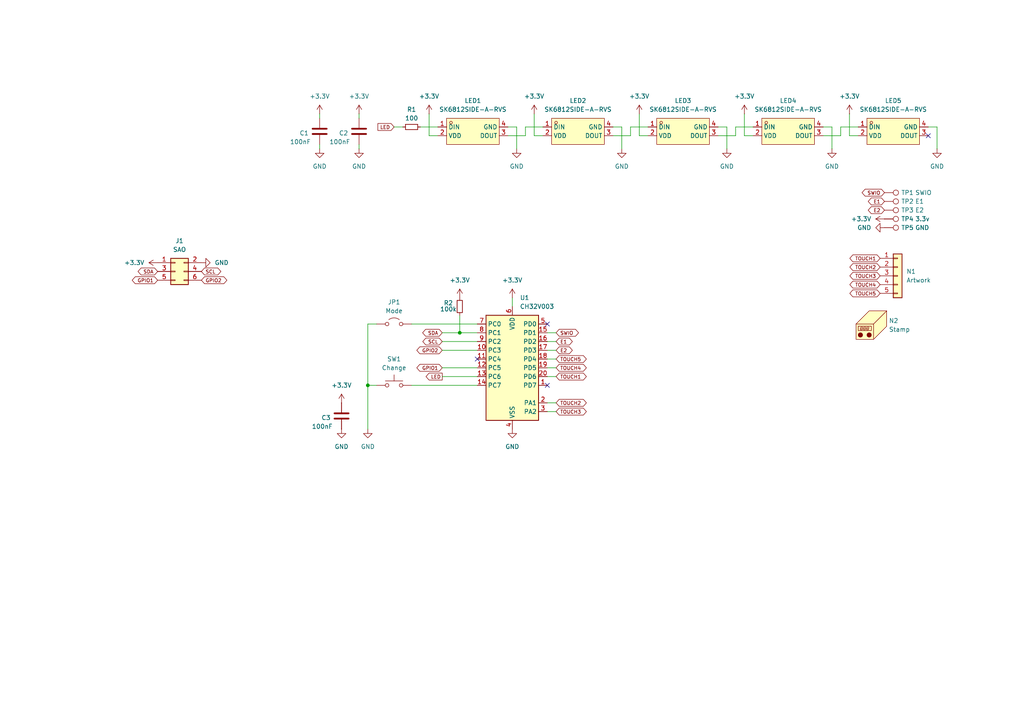
<source format=kicad_sch>
(kicad_sch (version 20231120) (generator "eeschema") (generator_version "8.0")
  (paper "A4")
  (lib_symbols
    (symbol "Connector:TestPoint" (pin_numbers hide) (pin_names (offset 0.762) hide)
      (property "Reference" "TP" (at 0 6.858 0))
      (property "Value" "TestPoint" (at 0 5.08 0))
      (symbol "TestPoint_0_1"
        (circle (center 0 3.302) (radius 0.762))
      )
      (symbol "TestPoint_1_1"
        (pin passive line (at 0 0 90) (length 2.54) (name "1") (number "1"))
      )
    )
    (symbol "Connector_Generic:Conn_01x05" (pin_names (offset 1.016) hide)
      (property "Reference" "J" (at 0 7.62 0))
      (property "Value" "Conn_01x05" (at 0 -7.62 0))
      (symbol "Conn_01x05_1_1"
        (rectangle (start -1.27 -4.953) (end 0 -5.207) (stroke (width 0.1524)))
        (rectangle (start -1.27 -2.413) (end 0 -2.667) (stroke (width 0.1524)))
        (rectangle (start -1.27 0.127) (end 0 -0.127) (stroke (width 0.1524)))
        (rectangle (start -1.27 2.667) (end 0 2.413) (stroke (width 0.1524)))
        (rectangle (start -1.27 5.207) (end 0 4.953) (stroke (width 0.1524)))
        (rectangle (start -1.27 6.35) (end 1.27 -6.35) (stroke (width 0.254)) (fill (type background)))
        (pin passive line (at -5.08 5.08 0) (length 3.81) (name "Pin_1") (number "1"))
        (pin passive line (at -5.08 2.54 0) (length 3.81) (name "Pin_2") (number "2"))
        (pin passive line (at -5.08 0 0) (length 3.81) (name "Pin_3") (number "3"))
        (pin passive line (at -5.08 -2.54 0) (length 3.81) (name "Pin_4") (number "4"))
        (pin passive line (at -5.08 -5.08 0) (length 3.81) (name "Pin_5") (number "5"))
      )
    )
    (symbol "Connector_Generic:Conn_02x03_Odd_Even" (pin_names (offset 1.016) hide)
      (property "Reference" "J" (at 1.27 5.08 0))
      (property "Value" "Conn_02x03_Odd_Even" (at 1.27 -5.08 0))
      (symbol "Conn_02x03_Odd_Even_1_1"
        (rectangle (start -1.27 -2.413) (end 0 -2.667) (stroke (width 0.1524)))
        (rectangle (start -1.27 0.127) (end 0 -0.127) (stroke (width 0.1524)))
        (rectangle (start -1.27 2.667) (end 0 2.413) (stroke (width 0.1524)))
        (rectangle (start -1.27 3.81) (end 3.81 -3.81) (stroke (width 0.254)) (fill (type background)))
        (rectangle (start 3.81 -2.413) (end 2.54 -2.667) (stroke (width 0.1524)))
        (rectangle (start 3.81 0.127) (end 2.54 -0.127) (stroke (width 0.1524)))
        (rectangle (start 3.81 2.667) (end 2.54 2.413) (stroke (width 0.1524)))
        (pin passive line (at -5.08 2.54 0) (length 3.81) (name "Pin_1") (number "1"))
        (pin passive line (at 7.62 2.54 180) (length 3.81) (name "Pin_2") (number "2"))
        (pin passive line (at -5.08 0 0) (length 3.81) (name "Pin_3") (number "3"))
        (pin passive line (at 7.62 0 180) (length 3.81) (name "Pin_4") (number "4"))
        (pin passive line (at -5.08 -2.54 0) (length 3.81) (name "Pin_5") (number "5"))
        (pin passive line (at 7.62 -2.54 180) (length 3.81) (name "Pin_6") (number "6"))
      )
    )
    (symbol "Device:C" (pin_numbers hide) (pin_names (offset 0.254))
      (property "Reference" "C" (at 0.635 2.54 0))
      (property "Value" "C" (at 0.635 -2.54 0))
      (symbol "C_0_1"
        (polyline (pts (xy -2.032 -0.762) (xy 2.032 -0.762)) (stroke (width 0.508)))
        (polyline (pts (xy -2.032 0.762) (xy 2.032 0.762)) (stroke (width 0.508)))
      )
      (symbol "C_1_1"
        (pin passive line (at 0 3.81 270) (length 2.794) (name "~") (number "1"))
        (pin passive line (at 0 -3.81 90) (length 2.794) (name "~") (number "2"))
      )
    )
    (symbol "Device:R_Small" (pin_numbers hide) (pin_names (offset 0.254) hide)
      (property "Reference" "R" (at 0.762 0.508 0))
      (property "Value" "R_Small" (at 0.762 -1.016 0))
      (symbol "R_Small_0_1"
        (rectangle (start -0.762 1.778) (end 0.762 -1.778) (stroke (width 0.2032)))
      )
      (symbol "R_Small_1_1"
        (pin passive line (at 0 2.54 270) (length 0.762) (name "~") (number "1"))
        (pin passive line (at 0 -2.54 90) (length 0.762) (name "~") (number "2"))
      )
    )
    (symbol "Jumper:Jumper_2_Open" (pin_numbers hide) (pin_names (offset 0) hide) (exclude_from_sim yes)
      (property "Reference" "JP" (at 0 2.794 0))
      (property "Value" "Jumper_2_Open" (at 0 -2.286 0))
      (symbol "Jumper_2_Open_0_0"
        (circle (center -2.032 0) (radius 0.508))
        (circle (center 2.032 0) (radius 0.508))
      )
      (symbol "Jumper_2_Open_0_1"
        (arc (start 1.524 1.27) (mid 0 1.778) (end -1.524 1.27))
      )
      (symbol "Jumper_2_Open_1_1"
        (pin passive line (at -5.08 0 0) (length 2.54) (name "A") (number "1"))
        (pin passive line (at 5.08 0 180) (length 2.54) (name "B") (number "2"))
      )
    )
    (symbol "MCU_WCH_CH32V0:CH32V003FxUx"
      (property "Reference" "U" (at -7.62 17.78 0))
      (property "Value" "CH32V003FxUx" (at 7.62 17.78 0))
      (symbol "CH32V003FxUx_1_1"
        (rectangle (start -7.62 15.24) (end 7.62 -15.24) (stroke (width 0.254)) (fill (type background)))
        (pin bidirectional line (at 10.16 -5.08 180) (length 2.54) (name "PD7") (number "1"))
        (pin bidirectional line (at -10.16 5.08 0) (length 2.54) (name "PC3") (number "10"))
        (pin bidirectional line (at -10.16 2.54 0) (length 2.54) (name "PC4") (number "11"))
        (pin bidirectional line (at -10.16 0 0) (length 2.54) (name "PC5") (number "12"))
        (pin bidirectional line (at -10.16 -2.54 0) (length 2.54) (name "PC6") (number "13"))
        (pin bidirectional line (at -10.16 -5.08 0) (length 2.54) (name "PC7") (number "14"))
        (pin bidirectional line (at 10.16 10.16 180) (length 2.54) (name "PD1") (number "15"))
        (pin bidirectional line (at 10.16 7.62 180) (length 2.54) (name "PD2") (number "16"))
        (pin bidirectional line (at 10.16 5.08 180) (length 2.54) (name "PD3") (number "17"))
        (pin bidirectional line (at 10.16 2.54 180) (length 2.54) (name "PD4") (number "18"))
        (pin bidirectional line (at 10.16 0 180) (length 2.54) (name "PD5") (number "19"))
        (pin bidirectional line (at 10.16 -10.16 180) (length 2.54) (name "PA1") (number "2"))
        (pin bidirectional line (at 10.16 -2.54 180) (length 2.54) (name "PD6") (number "20"))
        (pin passive line (at 0 -17.78 90) (length 2.54) hide (name "VSS") (number "21"))
        (pin bidirectional line (at 10.16 -12.7 180) (length 2.54) (name "PA2") (number "3"))
        (pin power_in line (at 0 -17.78 90) (length 2.54) (name "VSS") (number "4"))
        (pin bidirectional line (at 10.16 12.7 180) (length 2.54) (name "PD0") (number "5"))
        (pin power_in line (at 0 17.78 270) (length 2.54) (name "VDD") (number "6"))
        (pin bidirectional line (at -10.16 12.7 0) (length 2.54) (name "PC0") (number "7"))
        (pin bidirectional line (at -10.16 10.16 0) (length 2.54) (name "PC1") (number "8"))
        (pin bidirectional line (at -10.16 7.62 0) (length 2.54) (name "PC2") (number "9"))
      )
    )
    (symbol "Mechanical:Housing" (pin_names (offset 1.016)) (exclude_from_sim yes)
      (property "Reference" "N" (at 3.81 0 0))
      (property "Value" "Housing" (at 3.81 -1.905 0))
      (symbol "Housing_0_1"
        (rectangle (start -5.08 -0.635) (end -1.27 -1.905))
        (circle (center -4.445 -3.175) (radius 0.635) (fill (type outline)))
        (circle (center -1.905 -3.175) (radius 0.635) (fill (type outline)))
        (polyline (pts (xy -4.5212 -1.5748) (xy -4.4704 -1.3716)))
        (polyline (pts (xy -4.4196 -1.6764) (xy -4.064 -1.6764)))
        (polyline (pts (xy -4.4196 -1.2192) (xy -4.3688 -0.9652)))
        (polyline (pts (xy -4.318 -1.3208) (xy -4.0132 -1.3208)))
        (polyline (pts (xy -4.2164 -0.9144) (xy -3.9116 -0.9144)))
        (polyline (pts (xy -3.9116 -1.6256) (xy -3.8608 -1.3716)))
        (polyline (pts (xy -3.81 -1.2192) (xy -3.7592 -0.9652)))
        (polyline (pts (xy -3.6068 -1.5748) (xy -3.556 -1.3716)))
        (polyline (pts (xy -3.5052 -1.6764) (xy -3.1496 -1.6764)))
        (polyline (pts (xy -3.5052 -1.2192) (xy -3.4544 -0.9652)))
        (polyline (pts (xy -3.4036 -1.3208) (xy -3.0988 -1.3208)))
        (polyline (pts (xy -3.302 -0.9144) (xy -2.9972 -0.9144)))
        (polyline (pts (xy -2.9972 -1.6256) (xy -2.9464 -1.3716)))
        (polyline (pts (xy -2.8956 -1.2192) (xy -2.8448 -0.9652)))
        (polyline (pts (xy -2.6924 -1.5748) (xy -2.6416 -1.3716)))
        (polyline (pts (xy -2.5908 -1.6764) (xy -2.2352 -1.6764)))
        (polyline (pts (xy -2.5908 -1.2192) (xy -2.54 -0.9652)))
        (polyline (pts (xy -2.4892 -1.3208) (xy -2.1844 -1.3208)))
        (polyline (pts (xy -2.3876 -0.9144) (xy -2.0828 -0.9144)))
        (polyline (pts (xy -2.0828 -1.6256) (xy -2.032 -1.3716)))
        (polyline (pts (xy -1.9812 -1.2192) (xy -1.9304 -0.9652)))
        (polyline (pts (xy -0.635 0) (xy -0.635 -4.445)))
        (polyline (pts (xy -5.715 0) (xy -0.635 0) (xy 3.175 3.81)))
        (polyline (pts (xy -5.715 0) (xy -5.715 -4.445) (xy -0.635 -4.445) (xy 3.175 -0.635) (xy 3.175 3.81) (xy -1.905 3.81) (xy -5.715 0)) (fill (type background)))
      )
    )
    (symbol "SK6812SIDE-A-RVS_1"
      (property "Reference" "LED1" (at 0 8.89 0))
      (property "Value" "SK6812SIDE-A-RVS" (at 0 6.35 0))
      (symbol "SK6812SIDE-A-RVS_1_0_1"
        (rectangle (start -7.62 3.81) (end 7.62 -3.81) (fill (type background)))
        (circle (center -6.35 2.54) (radius 0.38))
        (pin unspecified line (at -10.16 1.27 0) (length 2.54) (name "DIN") (number "1"))
        (pin unspecified line (at -10.16 -1.27 0) (length 2.54) (name "VDD") (number "2"))
        (pin unspecified line (at 10.16 -1.27 180) (length 2.54) (name "DOUT") (number "3"))
        (pin unspecified line (at 10.16 1.27 180) (length 2.54) (name "GND") (number "4"))
      )
    )
    (symbol "Switch:SW_Push" (pin_numbers hide) (pin_names (offset 1.016) hide)
      (property "Reference" "SW" (at 1.27 2.54 0))
      (property "Value" "SW_Push" (at 0 -1.524 0))
      (symbol "SW_Push_0_1"
        (circle (center -2.032 0) (radius 0.508))
        (polyline (pts (xy 0 1.27) (xy 0 3.048)))
        (polyline (pts (xy 2.54 1.27) (xy -2.54 1.27)))
        (circle (center 2.032 0) (radius 0.508))
        (pin passive line (at -5.08 0 0) (length 2.54) (name "1") (number "1"))
        (pin passive line (at 5.08 0 180) (length 2.54) (name "2") (number "2"))
      )
    )
    (symbol "WICCON_2024:SK6812SIDE-A-RVS"
      (property "Reference" "LED" (at 0 6.35 0))
      (property "Value" "SK6812SIDE-A-RVS" (at 0 -6.35 0))
      (symbol "SK6812SIDE-A-RVS_0_1"
        (rectangle (start -7.62 3.81) (end 7.62 -3.81) (fill (type background)))
        (circle (center -6.35 2.54) (radius 0.38))
        (pin unspecified line (at -10.16 1.27 0) (length 2.54) (name "DIN") (number "1"))
        (pin unspecified line (at -10.16 -1.27 0) (length 2.54) (name "VDD") (number "2"))
        (pin unspecified line (at 10.16 -1.27 180) (length 2.54) (name "DOUT") (number "3"))
        (pin unspecified line (at 10.16 1.27 180) (length 2.54) (name "GND") (number "4"))
      )
    )
    (symbol "power:+3.3V" (power) (pin_numbers hide) (pin_names (offset 0) hide)
      (property "Value" "+3.3V" (at 0 3.556 0))
      (symbol "+3.3V_0_1"
        (polyline (pts (xy -0.762 1.27) (xy 0 2.54)))
        (polyline (pts (xy 0 0) (xy 0 2.54)))
        (polyline (pts (xy 0 2.54) (xy 0.762 1.27)))
      )
      (symbol "+3.3V_1_1"
        (pin power_in line (at 0 0 90) (length 0) (name "~") (number "1"))
      )
    )
    (symbol "power:GND" (power) (pin_numbers hide) (pin_names (offset 0) hide)
      (property "Value" "GND" (at 0 -3.81 0))
      (symbol "GND_0_1"
        (polyline (pts (xy 0 0) (xy 0 -1.27) (xy 1.27 -1.27) (xy 0 -2.54) (xy -1.27 -1.27) (xy 0 -1.27)))
      )
      (symbol "GND_1_1"
        (pin power_in line (at 0 0 270) (length 0) (name "~") (number "1"))
      )
    )
  )
  (junction (at 133.35 96.52))
  (junction (at 106.68 111.76))
  (no_connect (at 138.43 104.14))
  (no_connect (at 158.75 111.76))
  (no_connect (at 158.75 93.98))
  (no_connect (at 269.24 39.37))
  (wire (pts (xy 213.36 39.37) (xy 213.36 36.83)))
  (wire (pts (xy 114.3 36.83) (xy 116.84 36.83)))
  (wire (pts (xy 121.92 36.83) (xy 127 36.83)))
  (wire (pts (xy 106.68 93.98) (xy 109.22 93.98)))
  (wire (pts (xy 161.29 119.38) (xy 158.75 119.38)))
  (wire (pts (xy 149.86 36.83) (xy 149.86 43.18)))
  (wire (pts (xy 152.4 39.37) (xy 152.4 36.83)))
  (wire (pts (xy 210.82 36.83) (xy 210.82 43.18)))
  (wire (pts (xy 147.32 36.83) (xy 149.86 36.83)))
  (wire (pts (xy 213.36 36.83) (xy 218.44 36.83)))
  (wire (pts (xy 246.38 33.02) (xy 246.38 39.37)))
  (wire (pts (xy 133.35 96.52) (xy 138.43 96.52)))
  (wire (pts (xy 161.29 109.22) (xy 158.75 109.22)))
  (wire (pts (xy 246.38 39.37) (xy 248.92 39.37)))
  (wire (pts (xy 243.84 39.37) (xy 243.84 36.83)))
  (wire (pts (xy 241.3 36.83) (xy 241.3 43.18)))
  (wire (pts (xy 215.9 33.02) (xy 215.9 39.37)))
  (wire (pts (xy 269.24 36.83) (xy 271.78 36.83)))
  (wire (pts (xy 128.27 99.06) (xy 138.43 99.06)))
  (wire (pts (xy 92.71 41.91) (xy 92.71 43.18)))
  (wire (pts (xy 208.28 39.37) (xy 213.36 39.37)))
  (wire (pts (xy 106.68 93.98) (xy 106.68 111.76)))
  (wire (pts (xy 119.38 111.76) (xy 138.43 111.76)))
  (wire (pts (xy 128.27 96.52) (xy 133.35 96.52)))
  (wire (pts (xy 148.59 86.36) (xy 148.59 88.9)))
  (wire (pts (xy 208.28 36.83) (xy 210.82 36.83)))
  (wire (pts (xy 147.32 39.37) (xy 152.4 39.37)))
  (wire (pts (xy 161.29 96.52) (xy 158.75 96.52)))
  (wire (pts (xy 154.94 33.02) (xy 154.94 39.37)))
  (wire (pts (xy 106.68 111.76) (xy 109.22 111.76)))
  (wire (pts (xy 161.29 116.84) (xy 158.75 116.84)))
  (wire (pts (xy 182.88 36.83) (xy 187.96 36.83)))
  (wire (pts (xy 271.78 36.83) (xy 271.78 43.18)))
  (wire (pts (xy 124.46 39.37) (xy 127 39.37)))
  (wire (pts (xy 215.9 39.37) (xy 218.44 39.37)))
  (wire (pts (xy 185.42 39.37) (xy 187.96 39.37)))
  (wire (pts (xy 182.88 39.37) (xy 182.88 36.83)))
  (wire (pts (xy 106.68 124.46) (xy 106.68 111.76)))
  (wire (pts (xy 128.27 109.22) (xy 138.43 109.22)))
  (wire (pts (xy 124.46 33.02) (xy 124.46 39.37)))
  (wire (pts (xy 128.27 106.68) (xy 138.43 106.68)))
  (wire (pts (xy 238.76 39.37) (xy 243.84 39.37)))
  (wire (pts (xy 104.14 33.02) (xy 104.14 34.29)))
  (wire (pts (xy 185.42 33.02) (xy 185.42 39.37)))
  (wire (pts (xy 180.34 36.83) (xy 180.34 43.18)))
  (wire (pts (xy 238.76 36.83) (xy 241.3 36.83)))
  (wire (pts (xy 177.8 39.37) (xy 182.88 39.37)))
  (wire (pts (xy 243.84 36.83) (xy 248.92 36.83)))
  (wire (pts (xy 133.35 91.44) (xy 133.35 96.52)))
  (wire (pts (xy 119.38 93.98) (xy 138.43 93.98)))
  (wire (pts (xy 128.27 101.6) (xy 138.43 101.6)))
  (wire (pts (xy 161.29 101.6) (xy 158.75 101.6)))
  (wire (pts (xy 161.29 99.06) (xy 158.75 99.06)))
  (wire (pts (xy 161.29 104.14) (xy 158.75 104.14)))
  (wire (pts (xy 161.29 106.68) (xy 158.75 106.68)))
  (wire (pts (xy 154.94 39.37) (xy 157.48 39.37)))
  (wire (pts (xy 92.71 33.02) (xy 92.71 34.29)))
  (wire (pts (xy 104.14 41.91) (xy 104.14 43.18)))
  (wire (pts (xy 177.8 36.83) (xy 180.34 36.83)))
  (wire (pts (xy 152.4 36.83) (xy 157.48 36.83)))
  (global_label "LED" (shape input) (at 114.3 36.83 180) (effects (font (size 1.016 1.016))) (property "Intersheetrefs" "${INTERSHEET_REFS}" (effects (hide yes))))
  (global_label "TOUCH5" (shape bidirectional) (at 255.27 85.09 180) (effects (font (size 1.016 1.016))) (property "Intersheetrefs" "${INTERSHEET_REFS}" (effects (hide yes))))
  (global_label "E2" (shape bidirectional) (at 256.54 60.96 180) (effects (font (size 1.016 1.016))) (property "Intersheetrefs" "${INTERSHEET_REFS}" (effects (hide yes))))
  (global_label "LED" (shape output) (at 128.27 109.22 180) (effects (font (size 1.016 1.016))) (property "Intersheetrefs" "${INTERSHEET_REFS}" (effects (hide yes))))
  (global_label "TOUCH1" (shape bidirectional) (at 255.27 74.93 180) (effects (font (size 1.016 1.016))) (property "Intersheetrefs" "${INTERSHEET_REFS}" (effects (hide yes))))
  (global_label "SWIO" (shape bidirectional) (at 161.29 96.52 0) (effects (font (size 1.016 1.016))) (property "Intersheetrefs" "${INTERSHEET_REFS}" (effects (hide yes))))
  (global_label "TOUCH3" (shape bidirectional) (at 161.29 119.38 0) (effects (font (size 1.016 1.016))) (property "Intersheetrefs" "${INTERSHEET_REFS}" (effects (hide yes))))
  (global_label "TOUCH4" (shape bidirectional) (at 255.27 82.55 180) (effects (font (size 1.016 1.016))) (property "Intersheetrefs" "${INTERSHEET_REFS}" (effects (hide yes))))
  (global_label "E1" (shape bidirectional) (at 256.54 58.42 180) (effects (font (size 1.016 1.016))) (property "Intersheetrefs" "${INTERSHEET_REFS}" (effects (hide yes))))
  (global_label "GPIO1" (shape bidirectional) (at 45.72 81.28 180) (effects (font (size 1.016 1.016))) (property "Intersheetrefs" "${INTERSHEET_REFS}" (effects (hide yes))))
  (global_label "E1" (shape bidirectional) (at 161.29 99.06 0) (effects (font (size 1.016 1.016))) (property "Intersheetrefs" "${INTERSHEET_REFS}" (effects (hide yes))))
  (global_label "GPIO2" (shape bidirectional) (at 128.27 101.6 180) (effects (font (size 1.016 1.016))) (property "Intersheetrefs" "${INTERSHEET_REFS}" (effects (hide yes))))
  (global_label "TOUCH1" (shape bidirectional) (at 161.29 109.22 0) (effects (font (size 1.016 1.016))) (property "Intersheetrefs" "${INTERSHEET_REFS}" (effects (hide yes))))
  (global_label "GPIO2" (shape bidirectional) (at 58.42 81.28 0) (effects (font (size 1.016 1.016))) (property "Intersheetrefs" "${INTERSHEET_REFS}" (effects (hide yes))))
  (global_label "E2" (shape bidirectional) (at 161.29 101.6 0) (effects (font (size 1.016 1.016))) (property "Intersheetrefs" "${INTERSHEET_REFS}" (effects (hide yes))))
  (global_label "TOUCH3" (shape bidirectional) (at 255.27 80.01 180) (effects (font (size 1.016 1.016))) (property "Intersheetrefs" "${INTERSHEET_REFS}" (effects (hide yes))))
  (global_label "TOUCH2" (shape bidirectional) (at 255.27 77.47 180) (effects (font (size 1.016 1.016))) (property "Intersheetrefs" "${INTERSHEET_REFS}" (effects (hide yes))))
  (global_label "SCL" (shape bidirectional) (at 128.27 99.06 180) (effects (font (size 1.016 1.016))) (property "Intersheetrefs" "${INTERSHEET_REFS}" (effects (hide yes))))
  (global_label "TOUCH2" (shape bidirectional) (at 161.29 116.84 0) (effects (font (size 1.016 1.016))) (property "Intersheetrefs" "${INTERSHEET_REFS}" (effects (hide yes))))
  (global_label "SCL" (shape bidirectional) (at 58.42 78.74 0) (effects (font (size 1.016 1.016))) (property "Intersheetrefs" "${INTERSHEET_REFS}" (effects (hide yes))))
  (global_label "SDA" (shape bidirectional) (at 45.72 78.74 180) (effects (font (size 1.016 1.016))) (property "Intersheetrefs" "${INTERSHEET_REFS}" (effects (hide yes))))
  (global_label "TOUCH4" (shape bidirectional) (at 161.29 106.68 0) (effects (font (size 1.016 1.016))) (property "Intersheetrefs" "${INTERSHEET_REFS}" (effects (hide yes))))
  (global_label "TOUCH5" (shape bidirectional) (at 161.29 104.14 0) (effects (font (size 1.016 1.016))) (property "Intersheetrefs" "${INTERSHEET_REFS}" (effects (hide yes))))
  (global_label "SDA" (shape bidirectional) (at 128.27 96.52 180) (effects (font (size 1.016 1.016))) (property "Intersheetrefs" "${INTERSHEET_REFS}" (effects (hide yes))))
  (global_label "SWIO" (shape bidirectional) (at 256.54 55.88 180) (effects (font (size 1.016 1.016))) (property "Intersheetrefs" "${INTERSHEET_REFS}" (effects (hide yes))))
  (global_label "GPIO1" (shape bidirectional) (at 128.27 106.68 180) (effects (font (size 1.016 1.016))) (property "Intersheetrefs" "${INTERSHEET_REFS}" (effects (hide yes))))
  (symbol (lib_id "WICCON_2024:SK6812SIDE-A-RVS") (at 228.6 38.1 0) (unit 1)
    (property "Reference" "LED4" (at 228.6 29.21 0))
    (property "Value" "SK6812SIDE-A-RVS" (at 228.6 31.75 0))
    (property "Footprint" "Library:LED-SMD_4P-L4.0-W1.6-L" (effects (hide yes)))
    (property "Datasheet" "https://wmsc.lcsc.com/wmsc/upload/file/pdf/v2/lcsc/2108251530_OPSCO-Optoelectronics-SK6812SIDE-A-RVS_C2890037.pdf" (effects (hide yes)))
    (property "LCSC" "C2890037" (effects (hide yes)))
  )
  (symbol (lib_id "power:GND") (at 92.71 43.18 0) (unit 1)
    (property "Reference" "#PWR010" (effects (hide yes)))
    (property "Value" "GND" (at 92.71 48.26 0))
    (property "Description" "Power symbol creates a global label with name \"GND\" , ground" (effects (hide yes)))
  )
  (symbol (lib_id "Switch:SW_Push") (at 114.3 111.76 0) (mirror y) (unit 1)
    (property "Reference" "SW1" (at 114.3 104.14 0))
    (property "Value" "Change" (at 114.3 106.68 0))
    (property "Footprint" "Button_Switch_SMD:SW_Push_1P1T_XKB_TS-1187A" (effects (hide yes)))
    (property "LCSC" "C318884" (effects (hide yes)))
  )
  (symbol (lib_id "WICCON_2024:SK6812SIDE-A-RVS") (at 167.64 38.1 0) (unit 1)
    (property "Reference" "LED2" (at 167.64 29.21 0))
    (property "Value" "SK6812SIDE-A-RVS" (at 167.64 31.75 0))
    (property "Footprint" "Library:LED-SMD_4P-L4.0-W1.6-L" (effects (hide yes)))
    (property "Datasheet" "https://wmsc.lcsc.com/wmsc/upload/file/pdf/v2/lcsc/2108251530_OPSCO-Optoelectronics-SK6812SIDE-A-RVS_C2890037.pdf" (effects (hide yes)))
    (property "LCSC" "C2890037" (effects (hide yes)))
  )
  (symbol (lib_id "power:GND") (at 104.14 43.18 0) (unit 1)
    (property "Reference" "#PWR011" (effects (hide yes)))
    (property "Value" "GND" (at 104.14 48.26 0))
    (property "Description" "Power symbol creates a global label with name \"GND\" , ground" (effects (hide yes)))
  )
  (symbol (lib_id "power:+3.3V") (at 185.42 33.02 0) (unit 1)
    (property "Reference" "#PWR07" (effects (hide yes)))
    (property "Value" "+3.3V" (at 185.42 27.94 0))
    (property "Description" "Power symbol creates a global label with name \"+3.3V\"" (effects (hide yes)))
  )
  (symbol (lib_id "MCU_WCH_CH32V0:CH32V003FxUx") (at 148.59 106.68 0) (unit 1)
    (property "Reference" "U1" (at 150.7841 86.36 0) (effects (justify left)))
    (property "Value" "CH32V003" (at 150.7841 88.9 0) (effects (justify left)))
    (property "Footprint" "Package_DFN_QFN:QFN-20-1EP_3x3mm_P0.4mm_EP1.65x1.65mm" (effects (hide yes)))
    (property "Datasheet" "https://www.wch-ic.com/products/CH32V003.html" (effects (hide yes)))
    (property "Description" "CH32V003 series are industrial-grade general-purpose microcontrollers designed based on 32-bit RISC-V instruction set and architecture. It adopts QingKe V2A core, RV32EC instruction set, and supports 2 levels of interrupt nesting. The series are mounted with rich peripheral interfaces and function modules. Its internal organizational structure meets the low-cost and low-power embedded application scenarios." (effects (hide yes)))
    (property "LCSC" "C5299908" (effects (hide yes)))
  )
  (symbol (lib_id "power:+3.3V") (at 133.35 86.36 0) (unit 1)
    (property "Reference" "#PWR024" (effects (hide yes)))
    (property "Value" "+3.3V" (at 133.35 81.28 0))
    (property "Description" "Power symbol creates a global label with name \"+3.3V\"" (effects (hide yes)))
  )
  (symbol (lib_id "power:+3.3V") (at 45.72 76.2 90) (unit 1)
    (property "Reference" "#PWR01" (effects (hide yes)))
    (property "Value" "+3.3V" (at 41.91 76.1999 90) (effects (justify left)))
    (property "Description" "Power symbol creates a global label with name \"+3.3V\"" (effects (hide yes)))
  )
  (symbol (lib_id "power:GND") (at 106.68 124.46 0) (unit 1)
    (property "Reference" "#PWR022" (effects (hide yes)))
    (property "Value" "GND" (at 106.68 129.54 0))
    (property "Description" "Power symbol creates a global label with name \"GND\" , ground" (effects (hide yes)))
  )
  (symbol (lib_id "power:GND") (at 241.3 43.18 0) (unit 1)
    (property "Reference" "#PWR015" (effects (hide yes)))
    (property "Value" "GND" (at 241.3 48.26 0))
    (property "Description" "Power symbol creates a global label with name \"GND\" , ground" (effects (hide yes)))
  )
  (symbol (lib_id "Device:C") (at 104.14 38.1 0) (unit 1)
    (property "Reference" "C2" (at 98.298 38.608 0) (effects (justify left)))
    (property "Value" "100nF" (at 95.504 41.148 0) (effects (justify left)))
    (property "Footprint" "Capacitor_SMD:C_0402_1005Metric" (effects (hide yes)))
    (property "LCSC" "C307331" (effects (hide yes)))
  )
  (symbol (lib_id "power:GND") (at 180.34 43.18 0) (unit 1)
    (property "Reference" "#PWR013" (effects (hide yes)))
    (property "Value" "GND" (at 180.34 48.26 0))
    (property "Description" "Power symbol creates a global label with name \"GND\" , ground" (effects (hide yes)))
  )
  (symbol (lib_id "Connector:TestPoint") (at 256.54 60.96 270) (mirror x) (unit 1) (in_bom no)
    (property "Reference" "TP3" (at 261.366 60.96 90) (effects (justify left)))
    (property "Value" "E2" (at 265.43 60.9599 90) (effects (justify left)))
    (property "Footprint" "TestPoint:TestPoint_Pad_1.0x1.0mm" (effects (hide yes)))
    (property "Description" "test point" (effects (hide yes)))
    (property "LCSC" "-" (effects (hide yes)))
  )
  (symbol (lib_id "Mechanical:Housing") (at 254 93.98 0) (unit 1) (exclude_from_sim yes) (in_bom no)
    (property "Reference" "N2" (at 257.81 93.0274 0) (effects (justify left)))
    (property "Value" "Stamp" (at 257.81 95.5674 0) (effects (justify left)))
    (property "Footprint" "Library:stamp" (effects (hide yes)))
    (property "LCSC" "-" (effects (hide yes)))
  )
  (symbol (lib_id "power:GND") (at 210.82 43.18 0) (unit 1)
    (property "Reference" "#PWR014" (effects (hide yes)))
    (property "Value" "GND" (at 210.82 48.26 0))
    (property "Description" "Power symbol creates a global label with name \"GND\" , ground" (effects (hide yes)))
  )
  (symbol (lib_id "Jumper:Jumper_2_Open") (at 114.3 93.98 0) (unit 1) (exclude_from_sim yes) (in_bom no)
    (property "Reference" "JP1" (at 114.3 87.63 0))
    (property "Value" "Mode" (at 114.3 90.17 0))
    (property "Footprint" "Jumper:SolderJumper-2_P1.3mm_Open_RoundedPad1.0x1.5mm" (effects (hide yes)))
  )
  (symbol (lib_id "power:+3.3V") (at 246.38 33.02 0) (unit 1)
    (property "Reference" "#PWR09" (effects (hide yes)))
    (property "Value" "+3.3V" (at 246.38 27.94 0))
    (property "Description" "Power symbol creates a global label with name \"+3.3V\"" (effects (hide yes)))
  )
  (symbol (lib_id "power:GND") (at 149.86 43.18 0) (unit 1)
    (property "Reference" "#PWR012" (effects (hide yes)))
    (property "Value" "GND" (at 149.86 48.26 0))
    (property "Description" "Power symbol creates a global label with name \"GND\" , ground" (effects (hide yes)))
  )
  (symbol (lib_id "Device:C") (at 92.71 38.1 0) (unit 1)
    (property "Reference" "C1" (at 86.868 38.608 0) (effects (justify left)))
    (property "Value" "100nF" (at 84.074 41.148 0) (effects (justify left)))
    (property "Footprint" "Capacitor_SMD:C_0402_1005Metric" (effects (hide yes)))
    (property "LCSC" "C307331" (effects (hide yes)))
  )
  (symbol (lib_id "Connector_Generic:Conn_01x05") (at 260.35 80.01 0) (unit 1) (in_bom no)
    (property "Reference" "N1" (at 262.89 78.7399 0) (effects (justify left)))
    (property "Value" "Artwork" (at 262.89 81.2799 0) (effects (justify left)))
    (property "Footprint" "Board_design:social_battery_touch" (effects (hide yes)))
    (property "LCSC" "-" (effects (hide yes)))
  )
  (symbol (lib_id "power:+3.3V") (at 92.71 33.02 0) (unit 1)
    (property "Reference" "#PWR03" (effects (hide yes)))
    (property "Value" "+3.3V" (at 92.71 27.94 0))
    (property "Description" "Power symbol creates a global label with name \"+3.3V\"" (effects (hide yes)))
  )
  (symbol (lib_id "Connector:TestPoint") (at 256.54 58.42 270) (mirror x) (unit 1) (in_bom no)
    (property "Reference" "TP2" (at 261.366 58.42 90) (effects (justify left)))
    (property "Value" "E1" (at 265.43 58.4199 90) (effects (justify left)))
    (property "Footprint" "TestPoint:TestPoint_Pad_1.0x1.0mm" (effects (hide yes)))
    (property "Description" "test point" (effects (hide yes)))
    (property "LCSC" "-" (effects (hide yes)))
  )
  (symbol (lib_id "Connector:TestPoint") (at 256.54 66.04 270) (mirror x) (unit 1) (in_bom no)
    (property "Reference" "TP5" (at 261.366 66.04 90) (effects (justify left)))
    (property "Value" "GND" (at 265.43 66.0399 90) (effects (justify left)))
    (property "Footprint" "TestPoint:TestPoint_Pad_1.0x1.0mm" (effects (hide yes)))
    (property "Description" "test point" (effects (hide yes)))
    (property "LCSC" "-" (effects (hide yes)))
  )
  (symbol (lib_id "power:+3.3V") (at 104.14 33.02 0) (unit 1)
    (property "Reference" "#PWR04" (effects (hide yes)))
    (property "Value" "+3.3V" (at 104.14 27.94 0))
    (property "Description" "Power symbol creates a global label with name \"+3.3V\"" (effects (hide yes)))
  )
  (symbol (lib_id "Connector:TestPoint") (at 256.54 63.5 270) (mirror x) (unit 1) (in_bom no)
    (property "Reference" "TP4" (at 261.366 63.5 90) (effects (justify left)))
    (property "Value" "3.3v" (at 265.43 63.4999 90) (effects (justify left)))
    (property "Footprint" "TestPoint:TestPoint_Pad_1.0x1.0mm" (effects (hide yes)))
    (property "Description" "test point" (effects (hide yes)))
    (property "LCSC" "-" (effects (hide yes)))
  )
  (symbol (lib_id "power:+3.3V") (at 256.54 63.5 90) (mirror x) (unit 1)
    (property "Reference" "#PWR017" (effects (hide yes)))
    (property "Value" "+3.3V" (at 252.73 63.5001 90) (effects (justify left)))
    (property "Description" "Power symbol creates a global label with name \"+3.3V\"" (effects (hide yes)))
  )
  (symbol (lib_id "WICCON_2024:SK6812SIDE-A-RVS") (at 198.12 38.1 0) (unit 1)
    (property "Reference" "LED3" (at 198.12 29.21 0))
    (property "Value" "SK6812SIDE-A-RVS" (at 198.12 31.75 0))
    (property "Footprint" "Library:LED-SMD_4P-L4.0-W1.6-L" (effects (hide yes)))
    (property "Datasheet" "https://wmsc.lcsc.com/wmsc/upload/file/pdf/v2/lcsc/2108251530_OPSCO-Optoelectronics-SK6812SIDE-A-RVS_C2890037.pdf" (effects (hide yes)))
    (property "LCSC" "C2890037" (effects (hide yes)))
  )
  (symbol (lib_name "SK6812SIDE-A-RVS_1") (lib_id "WICCON_2024:SK6812SIDE-A-RVS") (at 137.16 38.1 0) (unit 1)
    (property "Reference" "LED1" (at 137.16 29.21 0))
    (property "Value" "SK6812SIDE-A-RVS" (at 137.16 31.75 0))
    (property "Footprint" "Library:LED-SMD_4P-L4.0-W1.6-L" (effects (hide yes)))
    (property "Datasheet" "https://wmsc.lcsc.com/wmsc/upload/file/pdf/v2/lcsc/2108251530_OPSCO-Optoelectronics-SK6812SIDE-A-RVS_C2890037.pdf" (effects (hide yes)))
    (property "LCSC" "C2890037" (effects (hide yes)))
  )
  (symbol (lib_id "power:+3.3V") (at 148.59 86.36 0) (unit 1)
    (property "Reference" "#PWR019" (effects (hide yes)))
    (property "Value" "+3.3V" (at 148.59 81.28 0))
    (property "Description" "Power symbol creates a global label with name \"+3.3V\"" (effects (hide yes)))
  )
  (symbol (lib_id "power:GND") (at 271.78 43.18 0) (unit 1)
    (property "Reference" "#PWR016" (effects (hide yes)))
    (property "Value" "GND" (at 271.78 48.26 0))
    (property "Description" "Power symbol creates a global label with name \"GND\" , ground" (effects (hide yes)))
  )
  (symbol (lib_id "power:+3.3V") (at 99.06 116.84 0) (unit 1)
    (property "Reference" "#PWR020" (effects (hide yes)))
    (property "Value" "+3.3V" (at 99.06 111.76 0))
    (property "Description" "Power symbol creates a global label with name \"+3.3V\"" (effects (hide yes)))
  )
  (symbol (lib_id "power:GND") (at 148.59 124.46 0) (unit 1)
    (property "Reference" "#PWR023" (effects (hide yes)))
    (property "Value" "GND" (at 148.59 129.54 0))
    (property "Description" "Power symbol creates a global label with name \"GND\" , ground" (effects (hide yes)))
  )
  (symbol (lib_id "power:GND") (at 58.42 76.2 90) (unit 1)
    (property "Reference" "#PWR02" (effects (hide yes)))
    (property "Value" "GND" (at 62.23 76.1999 90) (effects (justify right)))
    (property "Description" "Power symbol creates a global label with name \"GND\" , ground" (effects (hide yes)))
  )
  (symbol (lib_id "Device:R_Small") (at 119.38 36.83 90) (unit 1)
    (property "Reference" "R1" (at 119.38 31.75 90))
    (property "Value" "100" (at 119.38 34.29 90))
    (property "Footprint" "Resistor_SMD:R_0402_1005Metric" (effects (hide yes)))
    (property "LCSC" "C25076" (effects (hide yes)))
  )
  (symbol (lib_id "power:GND") (at 99.06 124.46 0) (unit 1)
    (property "Reference" "#PWR021" (effects (hide yes)))
    (property "Value" "GND" (at 99.06 129.54 0))
    (property "Description" "Power symbol creates a global label with name \"GND\" , ground" (effects (hide yes)))
  )
  (symbol (lib_id "power:+3.3V") (at 124.46 33.02 0) (unit 1)
    (property "Reference" "#PWR05" (effects (hide yes)))
    (property "Value" "+3.3V" (at 124.46 27.94 0))
    (property "Description" "Power symbol creates a global label with name \"+3.3V\"" (effects (hide yes)))
  )
  (symbol (lib_id "power:+3.3V") (at 215.9 33.02 0) (unit 1)
    (property "Reference" "#PWR08" (effects (hide yes)))
    (property "Value" "+3.3V" (at 215.9 27.94 0))
    (property "Description" "Power symbol creates a global label with name \"+3.3V\"" (effects (hide yes)))
  )
  (symbol (lib_id "power:+3.3V") (at 154.94 33.02 0) (unit 1)
    (property "Reference" "#PWR06" (effects (hide yes)))
    (property "Value" "+3.3V" (at 154.94 27.94 0))
    (property "Description" "Power symbol creates a global label with name \"+3.3V\"" (effects (hide yes)))
  )
  (symbol (lib_id "WICCON_2024:SK6812SIDE-A-RVS") (at 259.08 38.1 0) (unit 1)
    (property "Reference" "LED5" (at 259.08 29.21 0))
    (property "Value" "SK6812SIDE-A-RVS" (at 259.08 31.75 0))
    (property "Footprint" "Library:LED-SMD_4P-L4.0-W1.6-L" (effects (hide yes)))
    (property "Datasheet" "https://wmsc.lcsc.com/wmsc/upload/file/pdf/v2/lcsc/2108251530_OPSCO-Optoelectronics-SK6812SIDE-A-RVS_C2890037.pdf" (effects (hide yes)))
    (property "LCSC" "C2890037" (effects (hide yes)))
  )
  (symbol (lib_id "power:GND") (at 256.54 66.04 270) (mirror x) (unit 1)
    (property "Reference" "#PWR018" (effects (hide yes)))
    (property "Value" "GND" (at 252.73 66.0401 90) (effects (justify right)))
    (property "Description" "Power symbol creates a global label with name \"GND\" , ground" (effects (hide yes)))
  )
  (symbol (lib_id "Connector:TestPoint") (at 256.54 55.88 270) (mirror x) (unit 1) (in_bom no)
    (property "Reference" "TP1" (at 261.366 55.88 90) (effects (justify left)))
    (property "Value" "SWIO" (at 265.43 55.8799 90) (effects (justify left)))
    (property "Footprint" "TestPoint:TestPoint_Pad_1.0x1.0mm" (effects (hide yes)))
    (property "Description" "test point" (effects (hide yes)))
    (property "LCSC" "-" (effects (hide yes)))
  )
  (symbol (lib_id "Connector_Generic:Conn_02x03_Odd_Even") (at 50.8 78.74 0) (unit 1)
    (property "Reference" "J1" (at 52.07 69.85 0))
    (property "Value" "SAO" (at 52.07 72.39 0))
    (property "Footprint" "Connector_PinHeader_2.54mm:PinHeader_2x03_P2.54mm_Vertical_SMD" (effects (hide yes)))
    (property "LCSC" "C5160777" (effects (hide yes)))
  )
  (symbol (lib_id "Device:R_Small") (at 133.35 88.9 180) (unit 1)
    (property "Reference" "R2" (at 130.048 87.884 0))
    (property "Value" "100k" (at 130.048 89.662 0))
    (property "Footprint" "Resistor_SMD:R_0402_1005Metric" (effects (hide yes)))
    (property "LCSC" "C25741" (effects (hide yes)))
  )
  (symbol (lib_id "Device:C") (at 99.06 120.65 0) (unit 1)
    (property "Reference" "C3" (at 93.218 121.158 0) (effects (justify left)))
    (property "Value" "100nF" (at 90.424 123.698 0) (effects (justify left)))
    (property "Footprint" "Capacitor_SMD:C_0402_1005Metric" (effects (hide yes)))
    (property "LCSC" "C466613" (effects (hide yes)))
  )
)
</source>
